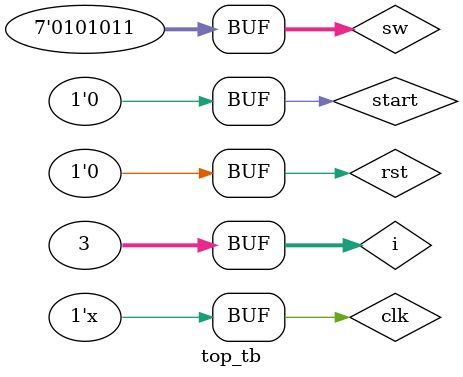
<source format=v>
`timescale 1ns/1ns
module top_tb();
//input
reg clk, start, rst;
reg [6:0] sw;

//output
reg [15:0] led;
wire[7:0] seg, dig, row, colg, colr;
wire beep;

game_top top(clk, start, rst, sw, led, seg, dig, row, colg, colr, beep);

always #1 clk = ~clk; //T=2ns

integer i = 0;


initial
begin
    clk <= 1'b1;
    rst <= 1'b0;
    #20
    sw[7] <= 1'b1;
    #100
    rst <= 1'b1;
    #20
    rst <= 1'b0;
    for(i = 0; i < 3; i=i+1)
    begin
        sw = 7'b0101011;
        #5000
        start <= 1'b1;
        #20
        start <= 1'b0;
    end
    #200
    rst <= 1'b1;
    #20
    rst <= 1'b0;
    sw = 7'b0101011;
    #5000
    start <= 1'b1;
    #20
    start <= 1'b0;
    
end


endmodule
</source>
